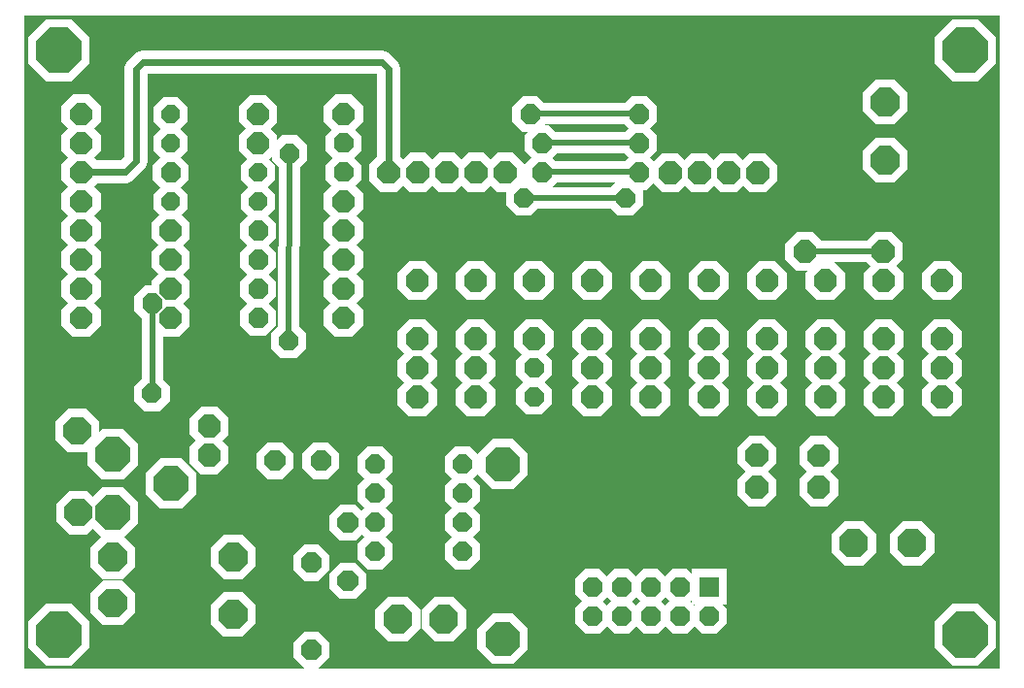
<source format=gbr>
%FSLAX34Y34*%
%MOMM*%
%LNCOPPER_TOP*%
G71*
G01*
%ADD10C,1.900*%
%ADD11C,2.000*%
%ADD12C,0.500*%
%ADD13C,0.600*%
%LPD*%
G36*
X0Y0D02*
X850000Y0D01*
X850000Y-570000D01*
X0Y-570000D01*
X0Y0D01*
G37*
%LPC*%
G36*
X451101Y-214011D02*
X461046Y-223956D01*
X461046Y-238066D01*
X451101Y-248011D01*
X436991Y-248011D01*
X427046Y-238066D01*
X427046Y-223956D01*
X436991Y-214011D01*
X451101Y-214011D01*
G37*
G36*
X501901Y-214011D02*
X511846Y-223956D01*
X511846Y-238066D01*
X501901Y-248011D01*
X487791Y-248011D01*
X477846Y-238066D01*
X477846Y-223956D01*
X487791Y-214011D01*
X501901Y-214011D01*
G37*
G36*
X450478Y-317111D02*
X459546Y-326179D01*
X459546Y-339043D01*
X450478Y-348111D01*
X437614Y-348111D01*
X428546Y-339043D01*
X428546Y-326179D01*
X437614Y-317111D01*
X450478Y-317111D01*
G37*
G36*
X501901Y-315611D02*
X511846Y-325556D01*
X511846Y-339666D01*
X501901Y-349611D01*
X487791Y-349611D01*
X477846Y-339666D01*
X477846Y-325556D01*
X487791Y-315611D01*
X501901Y-315611D01*
G37*
G36*
X450478Y-291711D02*
X459546Y-300779D01*
X459546Y-313643D01*
X450478Y-322711D01*
X437614Y-322711D01*
X428546Y-313643D01*
X428546Y-300779D01*
X437614Y-291711D01*
X450478Y-291711D01*
G37*
G36*
X501901Y-290211D02*
X511846Y-300156D01*
X511846Y-314266D01*
X501901Y-324211D01*
X487791Y-324211D01*
X477846Y-314266D01*
X477846Y-300156D01*
X487791Y-290211D01*
X501901Y-290211D01*
G37*
G36*
X501901Y-264811D02*
X511846Y-274756D01*
X511846Y-288866D01*
X501901Y-298811D01*
X487791Y-298811D01*
X477846Y-288866D01*
X477846Y-274756D01*
X487791Y-264811D01*
X501901Y-264811D01*
G37*
G36*
X451101Y-264811D02*
X461046Y-274756D01*
X461046Y-288866D01*
X451101Y-298811D01*
X436991Y-298811D01*
X427046Y-288866D01*
X427046Y-274756D01*
X436991Y-264811D01*
X451101Y-264811D01*
G37*
G36*
X755901Y-214011D02*
X765846Y-223956D01*
X765846Y-238066D01*
X755901Y-248011D01*
X741791Y-248011D01*
X731846Y-238066D01*
X731846Y-223956D01*
X741791Y-214011D01*
X755901Y-214011D01*
G37*
G36*
X806701Y-214011D02*
X816646Y-223956D01*
X816646Y-238066D01*
X806701Y-248011D01*
X792591Y-248011D01*
X782646Y-238066D01*
X782646Y-223956D01*
X792591Y-214011D01*
X806701Y-214011D01*
G37*
G36*
X755901Y-315611D02*
X765846Y-325556D01*
X765846Y-339666D01*
X755901Y-349611D01*
X741791Y-349611D01*
X731846Y-339666D01*
X731846Y-325556D01*
X741791Y-315611D01*
X755901Y-315611D01*
G37*
G36*
X806701Y-315611D02*
X816646Y-325556D01*
X816646Y-339666D01*
X806701Y-349611D01*
X792591Y-349611D01*
X782646Y-339666D01*
X782646Y-325556D01*
X792591Y-315611D01*
X806701Y-315611D01*
G37*
G36*
X755901Y-290211D02*
X765846Y-300156D01*
X765846Y-314266D01*
X755901Y-324211D01*
X741791Y-324211D01*
X731846Y-314266D01*
X731846Y-300156D01*
X741791Y-290211D01*
X755901Y-290211D01*
G37*
G36*
X806701Y-290211D02*
X816646Y-300156D01*
X816646Y-314266D01*
X806701Y-324211D01*
X792591Y-324211D01*
X782646Y-314266D01*
X782646Y-300156D01*
X792591Y-290211D01*
X806701Y-290211D01*
G37*
G36*
X806701Y-264811D02*
X816646Y-274756D01*
X816646Y-288866D01*
X806701Y-298811D01*
X792591Y-298811D01*
X782646Y-288866D01*
X782646Y-274756D01*
X792591Y-264811D01*
X806701Y-264811D01*
G37*
G36*
X755901Y-264811D02*
X765846Y-274756D01*
X765846Y-288866D01*
X755901Y-298811D01*
X741791Y-298811D01*
X731846Y-288866D01*
X731846Y-274756D01*
X741791Y-264811D01*
X755901Y-264811D01*
G37*
G36*
X349501Y-214011D02*
X359446Y-223956D01*
X359446Y-238066D01*
X349501Y-248011D01*
X335391Y-248011D01*
X325446Y-238066D01*
X325446Y-223956D01*
X335391Y-214011D01*
X349501Y-214011D01*
G37*
G36*
X400301Y-214011D02*
X410246Y-223956D01*
X410246Y-238066D01*
X400301Y-248011D01*
X386191Y-248011D01*
X376246Y-238066D01*
X376246Y-223956D01*
X386191Y-214011D01*
X400301Y-214011D01*
G37*
G36*
X349501Y-315611D02*
X359446Y-325556D01*
X359446Y-339666D01*
X349501Y-349611D01*
X335391Y-349611D01*
X325446Y-339666D01*
X325446Y-325556D01*
X335391Y-315611D01*
X349501Y-315611D01*
G37*
G36*
X400301Y-315611D02*
X410246Y-325556D01*
X410246Y-339666D01*
X400301Y-349611D01*
X386191Y-349611D01*
X376246Y-339666D01*
X376246Y-325556D01*
X386191Y-315611D01*
X400301Y-315611D01*
G37*
G36*
X349501Y-290211D02*
X359446Y-300156D01*
X359446Y-314266D01*
X349501Y-324211D01*
X335391Y-324211D01*
X325446Y-314266D01*
X325446Y-300156D01*
X335391Y-290211D01*
X349501Y-290211D01*
G37*
G36*
X400301Y-290211D02*
X410246Y-300156D01*
X410246Y-314266D01*
X400301Y-324211D01*
X386191Y-324211D01*
X376246Y-314266D01*
X376246Y-300156D01*
X386191Y-290211D01*
X400301Y-290211D01*
G37*
G36*
X400301Y-264811D02*
X410246Y-274756D01*
X410246Y-288866D01*
X400301Y-298811D01*
X386191Y-298811D01*
X376246Y-288866D01*
X376246Y-274756D01*
X386191Y-264811D01*
X400301Y-264811D01*
G37*
G36*
X349501Y-264811D02*
X359446Y-274756D01*
X359446Y-288866D01*
X349501Y-298811D01*
X335391Y-298811D01*
X325446Y-288866D01*
X325446Y-274756D01*
X335391Y-264811D01*
X349501Y-264811D01*
G37*
G36*
X792926Y-468228D02*
X781518Y-479636D01*
X765334Y-479636D01*
X753926Y-468228D01*
X753926Y-452044D01*
X765334Y-440636D01*
X781518Y-440636D01*
X792926Y-452044D01*
X792926Y-468228D01*
G37*
G36*
X742126Y-468228D02*
X730718Y-479636D01*
X714534Y-479636D01*
X703126Y-468228D01*
X703126Y-452044D01*
X714534Y-440636D01*
X730718Y-440636D01*
X742126Y-452044D01*
X742126Y-468228D01*
G37*
G36*
X741790Y-145306D02*
X730382Y-133898D01*
X730382Y-117714D01*
X741790Y-106306D01*
X757974Y-106306D01*
X769382Y-117714D01*
X769382Y-133898D01*
X757974Y-145306D01*
X741790Y-145306D01*
G37*
G36*
X741790Y-94506D02*
X730382Y-83098D01*
X730382Y-66914D01*
X741790Y-55506D01*
X757974Y-55506D01*
X769382Y-66914D01*
X769382Y-83098D01*
X757974Y-94506D01*
X741790Y-94506D01*
G37*
G36*
X3000Y-18795D02*
X18795Y-3000D01*
X41205Y-3000D01*
X57000Y-18795D01*
X57000Y-41205D01*
X41205Y-57000D01*
X18795Y-57000D01*
X3000Y-41205D01*
X3000Y-18795D01*
G37*
G36*
X793000Y-18795D02*
X808795Y-3000D01*
X831205Y-3000D01*
X847000Y-18795D01*
X847000Y-41205D01*
X831205Y-57000D01*
X808795Y-57000D01*
X793000Y-41205D01*
X793000Y-18795D01*
G37*
G36*
X3000Y-528795D02*
X18795Y-513000D01*
X41205Y-513000D01*
X57000Y-528795D01*
X57000Y-551205D01*
X41205Y-567000D01*
X18795Y-567000D01*
X3000Y-551205D01*
X3000Y-528795D01*
G37*
G36*
X793000Y-528795D02*
X808795Y-513000D01*
X831205Y-513000D01*
X847000Y-528795D01*
X847000Y-551205D01*
X831205Y-567000D01*
X808795Y-567000D01*
X793000Y-551205D01*
X793000Y-528795D01*
G37*
G36*
X425849Y-369320D02*
X438719Y-382190D01*
X438719Y-400450D01*
X425849Y-413320D01*
X407589Y-413320D01*
X394719Y-400450D01*
X394719Y-382190D01*
X407589Y-369320D01*
X425849Y-369320D01*
G37*
G36*
X425849Y-521720D02*
X438719Y-534590D01*
X438719Y-552850D01*
X425849Y-565720D01*
X407589Y-565720D01*
X394719Y-552850D01*
X394719Y-534590D01*
X407589Y-521720D01*
X425849Y-521720D01*
G37*
G36*
X290094Y-384887D02*
X299162Y-375819D01*
X312026Y-375819D01*
X321094Y-384887D01*
X321094Y-397751D01*
X312026Y-406819D01*
X299162Y-406819D01*
X290094Y-397751D01*
X290094Y-384887D01*
G37*
G36*
X290094Y-410287D02*
X299162Y-401219D01*
X312026Y-401219D01*
X321094Y-410287D01*
X321094Y-423151D01*
X312026Y-432219D01*
X299162Y-432219D01*
X290094Y-423151D01*
X290094Y-410287D01*
G37*
G36*
X290094Y-435687D02*
X299162Y-426619D01*
X312026Y-426619D01*
X321094Y-435687D01*
X321094Y-448551D01*
X312026Y-457619D01*
X299162Y-457619D01*
X290094Y-448551D01*
X290094Y-435687D01*
G37*
G36*
X290094Y-461087D02*
X299162Y-452019D01*
X312026Y-452019D01*
X321094Y-461087D01*
X321094Y-473951D01*
X312026Y-483019D01*
X299162Y-483019D01*
X290094Y-473951D01*
X290094Y-461087D01*
G37*
G36*
X366294Y-384887D02*
X375362Y-375819D01*
X388226Y-375819D01*
X397294Y-384887D01*
X397294Y-397751D01*
X388226Y-406819D01*
X375362Y-406819D01*
X366294Y-397751D01*
X366294Y-384887D01*
G37*
G36*
X366294Y-410287D02*
X375362Y-401219D01*
X388226Y-401219D01*
X397294Y-410287D01*
X397294Y-423151D01*
X388226Y-432219D01*
X375362Y-432219D01*
X366294Y-423151D01*
X366294Y-410287D01*
G37*
G36*
X366294Y-435687D02*
X375362Y-426619D01*
X388226Y-426619D01*
X397294Y-435687D01*
X397294Y-448551D01*
X388226Y-457619D01*
X375362Y-457619D01*
X366294Y-448551D01*
X366294Y-435687D01*
G37*
G36*
X366294Y-461087D02*
X375362Y-452019D01*
X388226Y-452019D01*
X397294Y-461087D01*
X397294Y-473951D01*
X388226Y-483019D01*
X375362Y-483019D01*
X366294Y-473951D01*
X366294Y-461087D01*
G37*
G36*
X305938Y-518164D02*
X317346Y-506756D01*
X333530Y-506756D01*
X344938Y-518164D01*
X344938Y-534348D01*
X333530Y-545756D01*
X317346Y-545756D01*
X305938Y-534348D01*
X305938Y-518164D01*
G37*
G36*
X345938Y-518164D02*
X357346Y-506756D01*
X373530Y-506756D01*
X384938Y-518164D01*
X384938Y-534348D01*
X373530Y-545756D01*
X357346Y-545756D01*
X345938Y-534348D01*
X345938Y-518164D01*
G37*
G36*
X275143Y-508919D02*
X265783Y-499559D01*
X265783Y-486279D01*
X275143Y-476919D01*
X288423Y-476919D01*
X297783Y-486279D01*
X297783Y-499559D01*
X288423Y-508919D01*
X275143Y-508919D01*
G37*
G36*
X275143Y-458119D02*
X265783Y-448759D01*
X265783Y-435479D01*
X275143Y-426119D01*
X288423Y-426119D01*
X297783Y-435479D01*
X297783Y-448759D01*
X288423Y-458119D01*
X275143Y-458119D01*
G37*
G36*
X189961Y-502687D02*
X201369Y-514095D01*
X201369Y-530279D01*
X189961Y-541687D01*
X173777Y-541687D01*
X162369Y-530279D01*
X162369Y-514095D01*
X173777Y-502687D01*
X189961Y-502687D01*
G37*
G36*
X189961Y-452681D02*
X201369Y-464089D01*
X201369Y-480273D01*
X189961Y-491681D01*
X173777Y-491681D01*
X162369Y-480273D01*
X162369Y-464089D01*
X173777Y-452681D01*
X189961Y-452681D01*
G37*
G36*
X86124Y-360588D02*
X98994Y-373458D01*
X98994Y-391718D01*
X86124Y-404588D01*
X67864Y-404588D01*
X54994Y-391718D01*
X54994Y-373458D01*
X67864Y-360588D01*
X86124Y-360588D01*
G37*
G36*
X86124Y-411388D02*
X98994Y-424258D01*
X98994Y-442518D01*
X86124Y-455388D01*
X67864Y-455388D01*
X54994Y-442518D01*
X54994Y-424258D01*
X67864Y-411388D01*
X86124Y-411388D01*
G37*
G36*
X136924Y-385988D02*
X149794Y-398858D01*
X149794Y-417118D01*
X136924Y-429988D01*
X118664Y-429988D01*
X105794Y-417118D01*
X105794Y-398858D01*
X118664Y-385988D01*
X136924Y-385988D01*
G37*
G36*
X68903Y-531781D02*
X57495Y-520373D01*
X57495Y-504189D01*
X68903Y-492781D01*
X85087Y-492781D01*
X96495Y-504189D01*
X96495Y-520373D01*
X85087Y-531781D01*
X68903Y-531781D01*
G37*
G36*
X68903Y-491781D02*
X57495Y-480373D01*
X57495Y-464189D01*
X68903Y-452781D01*
X85087Y-452781D01*
X96495Y-464189D01*
X96495Y-480373D01*
X85087Y-491781D01*
X68903Y-491781D01*
G37*
G36*
X256672Y-461044D02*
X266032Y-470404D01*
X266032Y-483684D01*
X256672Y-493044D01*
X243392Y-493044D01*
X234032Y-483684D01*
X234032Y-470404D01*
X243392Y-461044D01*
X256672Y-461044D01*
G37*
G36*
X256672Y-537244D02*
X266032Y-546604D01*
X266032Y-559884D01*
X256672Y-569244D01*
X243392Y-569244D01*
X234032Y-559884D01*
X234032Y-546604D01*
X243392Y-537244D01*
X256672Y-537244D01*
G37*
G36*
X654301Y-214011D02*
X664246Y-223956D01*
X664246Y-238066D01*
X654301Y-248011D01*
X640191Y-248011D01*
X630246Y-238066D01*
X630246Y-223956D01*
X640191Y-214011D01*
X654301Y-214011D01*
G37*
G36*
X705101Y-214011D02*
X715046Y-223956D01*
X715046Y-238066D01*
X705101Y-248011D01*
X690991Y-248011D01*
X681046Y-238066D01*
X681046Y-223956D01*
X690991Y-214011D01*
X705101Y-214011D01*
G37*
G36*
X654301Y-315611D02*
X664246Y-325556D01*
X664246Y-339666D01*
X654301Y-349611D01*
X640191Y-349611D01*
X630246Y-339666D01*
X630246Y-325556D01*
X640191Y-315611D01*
X654301Y-315611D01*
G37*
G36*
X705101Y-315611D02*
X715046Y-325556D01*
X715046Y-339666D01*
X705101Y-349611D01*
X690991Y-349611D01*
X681046Y-339666D01*
X681046Y-325556D01*
X690991Y-315611D01*
X705101Y-315611D01*
G37*
G36*
X654301Y-290211D02*
X664246Y-300156D01*
X664246Y-314266D01*
X654301Y-324211D01*
X640191Y-324211D01*
X630246Y-314266D01*
X630246Y-300156D01*
X640191Y-290211D01*
X654301Y-290211D01*
G37*
G36*
X705101Y-290211D02*
X715046Y-300156D01*
X715046Y-314266D01*
X705101Y-324211D01*
X690991Y-324211D01*
X681046Y-314266D01*
X681046Y-300156D01*
X690991Y-290211D01*
X705101Y-290211D01*
G37*
G36*
X705101Y-264811D02*
X715046Y-274756D01*
X715046Y-288866D01*
X705101Y-298811D01*
X690991Y-298811D01*
X681046Y-288866D01*
X681046Y-274756D01*
X690991Y-264811D01*
X705101Y-264811D01*
G37*
G36*
X654301Y-264811D02*
X664246Y-274756D01*
X664246Y-288866D01*
X654301Y-298811D01*
X640191Y-298811D01*
X630246Y-288866D01*
X630246Y-274756D01*
X640191Y-264811D01*
X654301Y-264811D01*
G37*
G36*
X552701Y-214011D02*
X562646Y-223956D01*
X562646Y-238066D01*
X552701Y-248011D01*
X538591Y-248011D01*
X528646Y-238066D01*
X528646Y-223956D01*
X538591Y-214011D01*
X552701Y-214011D01*
G37*
G36*
X603501Y-214011D02*
X613446Y-223956D01*
X613446Y-238066D01*
X603501Y-248011D01*
X589391Y-248011D01*
X579446Y-238066D01*
X579446Y-223956D01*
X589391Y-214011D01*
X603501Y-214011D01*
G37*
G36*
X552701Y-315611D02*
X562646Y-325556D01*
X562646Y-339666D01*
X552701Y-349611D01*
X538591Y-349611D01*
X528646Y-339666D01*
X528646Y-325556D01*
X538591Y-315611D01*
X552701Y-315611D01*
G37*
G36*
X603501Y-315611D02*
X613446Y-325556D01*
X613446Y-339666D01*
X603501Y-349611D01*
X589391Y-349611D01*
X579446Y-339666D01*
X579446Y-325556D01*
X589391Y-315611D01*
X603501Y-315611D01*
G37*
G36*
X552701Y-290211D02*
X562646Y-300156D01*
X562646Y-314266D01*
X552701Y-324211D01*
X538591Y-324211D01*
X528646Y-314266D01*
X528646Y-300156D01*
X538591Y-290211D01*
X552701Y-290211D01*
G37*
G36*
X603501Y-290211D02*
X613446Y-300156D01*
X613446Y-314266D01*
X603501Y-324211D01*
X589391Y-324211D01*
X579446Y-314266D01*
X579446Y-300156D01*
X589391Y-290211D01*
X603501Y-290211D01*
G37*
G36*
X603501Y-264811D02*
X613446Y-274756D01*
X613446Y-288866D01*
X603501Y-298811D01*
X589391Y-298811D01*
X579446Y-288866D01*
X579446Y-274756D01*
X589391Y-264811D01*
X603501Y-264811D01*
G37*
G36*
X552701Y-264811D02*
X562646Y-274756D01*
X562646Y-288866D01*
X552701Y-298811D01*
X538591Y-298811D01*
X528646Y-288866D01*
X528646Y-274756D01*
X538591Y-264811D01*
X552701Y-264811D01*
G37*
G36*
X295101Y-270536D02*
X285156Y-280480D01*
X271046Y-280480D01*
X261101Y-270536D01*
X261101Y-256426D01*
X271046Y-246480D01*
X285156Y-246480D01*
X295101Y-256426D01*
X295101Y-270536D01*
G37*
G36*
X295101Y-245136D02*
X285156Y-255080D01*
X271046Y-255080D01*
X261101Y-245136D01*
X261101Y-231026D01*
X271046Y-221080D01*
X285156Y-221080D01*
X295101Y-231026D01*
X295101Y-245136D01*
G37*
G36*
X295101Y-219736D02*
X285156Y-229680D01*
X271046Y-229680D01*
X261101Y-219736D01*
X261101Y-205626D01*
X271046Y-195680D01*
X285156Y-195680D01*
X295101Y-205626D01*
X295101Y-219736D01*
G37*
G36*
X295101Y-194336D02*
X285156Y-204280D01*
X271046Y-204280D01*
X261101Y-194336D01*
X261101Y-180226D01*
X271046Y-170280D01*
X285156Y-170280D01*
X295101Y-180226D01*
X295101Y-194336D01*
G37*
G36*
X295101Y-168936D02*
X285156Y-178880D01*
X271046Y-178880D01*
X261101Y-168936D01*
X261101Y-154826D01*
X271046Y-144880D01*
X285156Y-144880D01*
X295101Y-154826D01*
X295101Y-168936D01*
G37*
G36*
X293601Y-142912D02*
X284533Y-151980D01*
X271669Y-151980D01*
X262601Y-142912D01*
X262601Y-130048D01*
X271669Y-120980D01*
X284533Y-120980D01*
X293601Y-130048D01*
X293601Y-142912D01*
G37*
G36*
X293601Y-117512D02*
X284533Y-126580D01*
X271669Y-126580D01*
X262601Y-117512D01*
X262601Y-104648D01*
X271669Y-95580D01*
X284533Y-95580D01*
X293601Y-104648D01*
X293601Y-117512D01*
G37*
G36*
X295101Y-92736D02*
X285156Y-102680D01*
X271046Y-102680D01*
X261101Y-92736D01*
X261101Y-78626D01*
X271046Y-68680D01*
X285156Y-68680D01*
X295101Y-78626D01*
X295101Y-92736D01*
G37*
G36*
X66501Y-270536D02*
X56556Y-280480D01*
X42446Y-280480D01*
X32501Y-270536D01*
X32501Y-256426D01*
X42446Y-246480D01*
X56556Y-246480D01*
X66501Y-256426D01*
X66501Y-270536D01*
G37*
G36*
X66501Y-245136D02*
X56556Y-255080D01*
X42446Y-255080D01*
X32501Y-245136D01*
X32501Y-231026D01*
X42446Y-221080D01*
X56556Y-221080D01*
X66501Y-231026D01*
X66501Y-245136D01*
G37*
G36*
X66501Y-219736D02*
X56556Y-229680D01*
X42446Y-229680D01*
X32501Y-219736D01*
X32501Y-205626D01*
X42446Y-195680D01*
X56556Y-195680D01*
X66501Y-205626D01*
X66501Y-219736D01*
G37*
G36*
X66501Y-194336D02*
X56556Y-204280D01*
X42446Y-204280D01*
X32501Y-194336D01*
X32501Y-180226D01*
X42446Y-170280D01*
X56556Y-170280D01*
X66501Y-180226D01*
X66501Y-194336D01*
G37*
G36*
X66501Y-168936D02*
X56556Y-178880D01*
X42446Y-178880D01*
X32501Y-168936D01*
X32501Y-154826D01*
X42446Y-144880D01*
X56556Y-144880D01*
X66501Y-154826D01*
X66501Y-168936D01*
G37*
G36*
X66501Y-143536D02*
X56556Y-153480D01*
X42446Y-153480D01*
X32501Y-143536D01*
X32501Y-129426D01*
X42446Y-119480D01*
X56556Y-119480D01*
X66501Y-129426D01*
X66501Y-143536D01*
G37*
G36*
X66501Y-118136D02*
X56556Y-128080D01*
X42446Y-128080D01*
X32501Y-118136D01*
X32501Y-104026D01*
X42446Y-94080D01*
X56556Y-94080D01*
X66501Y-104026D01*
X66501Y-118136D01*
G37*
G36*
X66501Y-92736D02*
X56556Y-102680D01*
X42446Y-102680D01*
X32501Y-92736D01*
X32501Y-78626D01*
X42446Y-68680D01*
X56556Y-68680D01*
X66501Y-78626D01*
X66501Y-92736D01*
G37*
G36*
X663244Y-198526D02*
X673189Y-188581D01*
X687299Y-188581D01*
X697244Y-198526D01*
X697244Y-212636D01*
X687299Y-222581D01*
X673189Y-222581D01*
X663244Y-212636D01*
X663244Y-198526D01*
G37*
G36*
X731506Y-198526D02*
X741451Y-188581D01*
X755561Y-188581D01*
X765506Y-198526D01*
X765506Y-212636D01*
X755561Y-222581D01*
X741451Y-222581D01*
X731506Y-212636D01*
X731506Y-198526D01*
G37*
G54D10*
X680244Y-205581D02*
X748506Y-205581D01*
G36*
X219212Y-269987D02*
X210144Y-279055D01*
X197280Y-279055D01*
X188212Y-269987D01*
X188212Y-257123D01*
X197280Y-248055D01*
X210144Y-248055D01*
X219212Y-257123D01*
X219212Y-269987D01*
G37*
G36*
X219212Y-244587D02*
X210144Y-253655D01*
X197280Y-253655D01*
X188212Y-244587D01*
X188212Y-231723D01*
X197280Y-222655D01*
X210144Y-222655D01*
X219212Y-231723D01*
X219212Y-244587D01*
G37*
G36*
X219212Y-219187D02*
X210144Y-228255D01*
X197280Y-228255D01*
X188212Y-219187D01*
X188212Y-206323D01*
X197280Y-197255D01*
X210144Y-197255D01*
X219212Y-206323D01*
X219212Y-219187D01*
G37*
G36*
X219212Y-193787D02*
X210144Y-202855D01*
X197280Y-202855D01*
X188212Y-193787D01*
X188212Y-180923D01*
X197280Y-171855D01*
X210144Y-171855D01*
X219212Y-180923D01*
X219212Y-193787D01*
G37*
G36*
X144012Y-270403D02*
X134360Y-280055D01*
X120664Y-280055D01*
X111012Y-270403D01*
X111012Y-256707D01*
X120664Y-247055D01*
X134360Y-247055D01*
X144012Y-256707D01*
X144012Y-270403D01*
G37*
G36*
X144012Y-245003D02*
X134360Y-254655D01*
X120664Y-254655D01*
X111012Y-245003D01*
X111012Y-231307D01*
X120664Y-221655D01*
X134360Y-221655D01*
X144012Y-231307D01*
X144012Y-245003D01*
G37*
G36*
X144012Y-219603D02*
X134360Y-229255D01*
X120664Y-229255D01*
X111012Y-219603D01*
X111012Y-205907D01*
X120664Y-196255D01*
X134360Y-196255D01*
X144012Y-205907D01*
X144012Y-219603D01*
G37*
G36*
X144012Y-194203D02*
X134360Y-203855D01*
X120664Y-203855D01*
X111012Y-194203D01*
X111012Y-180507D01*
X120664Y-170855D01*
X134360Y-170855D01*
X144012Y-180507D01*
X144012Y-194203D01*
G37*
G36*
X218712Y-168180D02*
X209937Y-176955D01*
X197487Y-176955D01*
X188712Y-168180D01*
X188712Y-155730D01*
X197487Y-146955D01*
X209937Y-146955D01*
X218712Y-155730D01*
X218712Y-168180D01*
G37*
G36*
X142512Y-168180D02*
X133737Y-176955D01*
X121287Y-176955D01*
X112512Y-168180D01*
X112512Y-155730D01*
X121287Y-146955D01*
X133737Y-146955D01*
X142512Y-155730D01*
X142512Y-168180D01*
G37*
G36*
X218712Y-142780D02*
X209937Y-151555D01*
X197487Y-151555D01*
X188712Y-142780D01*
X188712Y-130330D01*
X197487Y-121555D01*
X209937Y-121555D01*
X218712Y-130330D01*
X218712Y-142780D01*
G37*
G36*
X220212Y-118003D02*
X210560Y-127655D01*
X196864Y-127655D01*
X187212Y-118003D01*
X187212Y-104307D01*
X196864Y-94655D01*
X210560Y-94655D01*
X220212Y-104307D01*
X220212Y-118003D01*
G37*
G36*
X143012Y-142987D02*
X133944Y-152055D01*
X121080Y-152055D01*
X112012Y-142987D01*
X112012Y-130123D01*
X121080Y-121055D01*
X133944Y-121055D01*
X143012Y-130123D01*
X143012Y-142987D01*
G37*
G36*
X142512Y-117380D02*
X133737Y-126155D01*
X121287Y-126155D01*
X112512Y-117380D01*
X112512Y-104930D01*
X121287Y-96155D01*
X133737Y-96155D01*
X142512Y-104930D01*
X142512Y-117380D01*
G37*
G36*
X220212Y-92603D02*
X210560Y-102255D01*
X196864Y-102255D01*
X187212Y-92603D01*
X187212Y-78907D01*
X196864Y-69255D01*
X210560Y-69255D01*
X220212Y-78907D01*
X220212Y-92603D01*
G37*
G36*
X142512Y-91980D02*
X133737Y-100755D01*
X121287Y-100755D01*
X112512Y-91980D01*
X112512Y-79530D01*
X121287Y-70755D01*
X133737Y-70755D01*
X142512Y-79530D01*
X142512Y-91980D01*
G37*
G36*
X646023Y-120080D02*
X655968Y-130025D01*
X655968Y-144135D01*
X646023Y-154080D01*
X631913Y-154080D01*
X621968Y-144135D01*
X621968Y-130025D01*
X631913Y-120080D01*
X646023Y-120080D01*
G37*
G36*
X620623Y-120080D02*
X630568Y-130025D01*
X630568Y-144135D01*
X620623Y-154080D01*
X606513Y-154080D01*
X596568Y-144135D01*
X596568Y-130025D01*
X606513Y-120080D01*
X620623Y-120080D01*
G37*
G36*
X595223Y-120080D02*
X605168Y-130025D01*
X605168Y-144135D01*
X595223Y-154080D01*
X581113Y-154080D01*
X571168Y-144135D01*
X571168Y-130025D01*
X581113Y-120080D01*
X595223Y-120080D01*
G37*
G36*
X569823Y-120080D02*
X579768Y-130025D01*
X579768Y-144135D01*
X569823Y-154080D01*
X555713Y-154080D01*
X545768Y-144135D01*
X545768Y-130025D01*
X555713Y-120080D01*
X569823Y-120080D01*
G37*
G36*
X425269Y-79293D02*
X434337Y-70225D01*
X447201Y-70225D01*
X456269Y-79293D01*
X456269Y-92157D01*
X447201Y-101225D01*
X434337Y-101225D01*
X425269Y-92157D01*
X425269Y-79293D01*
G37*
G36*
X520281Y-79293D02*
X529349Y-70225D01*
X542213Y-70225D01*
X551281Y-79293D01*
X551281Y-92157D01*
X542213Y-101225D01*
X529349Y-101225D01*
X520281Y-92157D01*
X520281Y-79293D01*
G37*
G54D10*
X440769Y-85725D02*
X535781Y-85725D01*
G36*
X435588Y-104693D02*
X444656Y-95625D01*
X457520Y-95625D01*
X466588Y-104693D01*
X466588Y-117557D01*
X457520Y-126625D01*
X444656Y-126625D01*
X435588Y-117557D01*
X435588Y-104693D01*
G37*
G36*
X520281Y-104693D02*
X529349Y-95625D01*
X542213Y-95625D01*
X551281Y-104693D01*
X551281Y-117557D01*
X542213Y-126625D01*
X529349Y-126625D01*
X520281Y-117557D01*
X520281Y-104693D01*
G37*
G54D10*
X451088Y-111125D02*
X535781Y-111125D01*
G36*
X435509Y-130093D02*
X444577Y-121025D01*
X457441Y-121025D01*
X466509Y-130093D01*
X466509Y-142957D01*
X457441Y-152025D01*
X444577Y-152025D01*
X435509Y-142957D01*
X435509Y-130093D01*
G37*
G36*
X520281Y-130093D02*
X529349Y-121025D01*
X542213Y-121025D01*
X551281Y-130093D01*
X551281Y-142957D01*
X542213Y-152025D01*
X529349Y-152025D01*
X520281Y-142957D01*
X520281Y-130093D01*
G37*
G54D10*
X454184Y-136525D02*
X535781Y-136525D01*
G36*
X419634Y-152318D02*
X428702Y-143250D01*
X441566Y-143250D01*
X450634Y-152318D01*
X450634Y-165182D01*
X441566Y-174250D01*
X428702Y-174250D01*
X419634Y-165182D01*
X419634Y-152318D01*
G37*
G36*
X508296Y-152318D02*
X517364Y-143250D01*
X530228Y-143250D01*
X539296Y-152318D01*
X539296Y-165182D01*
X530228Y-174250D01*
X517364Y-174250D01*
X508296Y-165182D01*
X508296Y-152318D01*
G37*
G54D10*
X435134Y-158750D02*
X523796Y-158750D01*
G36*
X178113Y-390228D02*
X168168Y-400174D01*
X154058Y-400174D01*
X144113Y-390228D01*
X144113Y-376118D01*
X154058Y-366174D01*
X168168Y-366174D01*
X178113Y-376118D01*
X178113Y-390228D01*
G37*
G36*
X178113Y-365228D02*
X168168Y-375174D01*
X154058Y-375174D01*
X144113Y-365228D01*
X144113Y-351118D01*
X154058Y-341174D01*
X168168Y-341174D01*
X178113Y-351118D01*
X178113Y-365228D01*
G37*
G36*
X27831Y-425502D02*
X38946Y-414388D01*
X54716Y-414388D01*
X65831Y-425502D01*
X65831Y-441272D01*
X54716Y-452388D01*
X38946Y-452388D01*
X27831Y-441272D01*
X27831Y-425502D01*
G37*
G36*
X27038Y-354065D02*
X38152Y-342950D01*
X53922Y-342950D01*
X65038Y-354065D01*
X65038Y-369835D01*
X53922Y-380950D01*
X38152Y-380950D01*
X27038Y-369835D01*
X27038Y-354065D01*
G37*
G36*
X621175Y-376564D02*
X631120Y-366619D01*
X645230Y-366619D01*
X655175Y-376564D01*
X655175Y-390674D01*
X645230Y-400619D01*
X631120Y-400619D01*
X621175Y-390674D01*
X621175Y-376564D01*
G37*
G36*
X675150Y-376644D02*
X685095Y-366699D01*
X699205Y-366699D01*
X709150Y-376644D01*
X709150Y-390754D01*
X699205Y-400699D01*
X685095Y-400699D01*
X675150Y-390754D01*
X675150Y-376644D01*
G37*
G36*
X621175Y-404108D02*
X631120Y-394162D01*
X645230Y-394162D01*
X655175Y-404108D01*
X655175Y-418218D01*
X645230Y-428162D01*
X631120Y-428162D01*
X621175Y-418218D01*
X621175Y-404108D01*
G37*
G36*
X675150Y-404108D02*
X685095Y-394162D01*
X699205Y-394162D01*
X709150Y-404108D01*
X709150Y-418218D01*
X699205Y-428162D01*
X685095Y-428162D01*
X675150Y-418218D01*
X675150Y-404108D01*
G37*
G36*
X488624Y-539019D02*
X479556Y-529951D01*
X479556Y-517087D01*
X488624Y-508019D01*
X501488Y-508019D01*
X510556Y-517087D01*
X510556Y-529951D01*
X501488Y-539019D01*
X488624Y-539019D01*
G37*
G36*
X488624Y-513619D02*
X479556Y-504551D01*
X479556Y-491687D01*
X488624Y-482619D01*
X501488Y-482619D01*
X510556Y-491687D01*
X510556Y-504551D01*
X501488Y-513619D01*
X488624Y-513619D01*
G37*
G36*
X514024Y-539019D02*
X504956Y-529951D01*
X504956Y-517087D01*
X514024Y-508019D01*
X526888Y-508019D01*
X535956Y-517087D01*
X535956Y-529951D01*
X526888Y-539019D01*
X514024Y-539019D01*
G37*
G36*
X514024Y-513619D02*
X504956Y-504551D01*
X504956Y-491687D01*
X514024Y-482619D01*
X526888Y-482619D01*
X535956Y-491687D01*
X535956Y-504551D01*
X526888Y-513619D01*
X514024Y-513619D01*
G37*
G36*
X539424Y-539019D02*
X530356Y-529951D01*
X530356Y-517087D01*
X539424Y-508019D01*
X552288Y-508019D01*
X561356Y-517087D01*
X561356Y-529951D01*
X552288Y-539019D01*
X539424Y-539019D01*
G37*
G36*
X539424Y-513619D02*
X530356Y-504551D01*
X530356Y-491687D01*
X539424Y-482619D01*
X552288Y-482619D01*
X561356Y-491687D01*
X561356Y-504551D01*
X552288Y-513619D01*
X539424Y-513619D01*
G37*
G36*
X564824Y-539019D02*
X555756Y-529951D01*
X555756Y-517087D01*
X564824Y-508019D01*
X577688Y-508019D01*
X586756Y-517087D01*
X586756Y-529951D01*
X577688Y-539019D01*
X564824Y-539019D01*
G37*
G36*
X564824Y-513619D02*
X555756Y-504551D01*
X555756Y-491687D01*
X564824Y-482619D01*
X577688Y-482619D01*
X586756Y-491687D01*
X586756Y-504551D01*
X577688Y-513619D01*
X564824Y-513619D01*
G37*
G36*
X590224Y-539019D02*
X581156Y-529951D01*
X581156Y-517087D01*
X590224Y-508019D01*
X603088Y-508019D01*
X612156Y-517087D01*
X612156Y-529951D01*
X603088Y-539019D01*
X590224Y-539019D01*
G37*
G36*
X581156Y-513619D02*
X581156Y-482619D01*
X612156Y-482619D01*
X612156Y-513619D01*
X581156Y-513619D01*
G37*
G36*
X426156Y-119524D02*
X436100Y-129470D01*
X436100Y-143580D01*
X426156Y-153524D01*
X412046Y-153524D01*
X402100Y-143580D01*
X402100Y-129470D01*
X412046Y-119524D01*
X426156Y-119524D01*
G37*
G36*
X400756Y-119524D02*
X410700Y-129470D01*
X410700Y-143580D01*
X400756Y-153524D01*
X386646Y-153524D01*
X376700Y-143580D01*
X376700Y-129470D01*
X386646Y-119524D01*
X400756Y-119524D01*
G37*
G36*
X375356Y-119524D02*
X385300Y-129470D01*
X385300Y-143580D01*
X375356Y-153524D01*
X361246Y-153524D01*
X351300Y-143580D01*
X351300Y-129470D01*
X361246Y-119524D01*
X375356Y-119524D01*
G37*
G36*
X349956Y-119524D02*
X359900Y-129470D01*
X359900Y-143580D01*
X349956Y-153524D01*
X335846Y-153524D01*
X325900Y-143580D01*
X325900Y-129470D01*
X335846Y-119524D01*
X349956Y-119524D01*
G37*
G36*
X324556Y-119524D02*
X334500Y-129470D01*
X334500Y-143580D01*
X324556Y-153524D01*
X310446Y-153524D01*
X300500Y-143580D01*
X300500Y-129470D01*
X310446Y-119524D01*
X324556Y-119524D01*
G37*
G36*
X274284Y-394784D02*
X264924Y-404144D01*
X251644Y-404144D01*
X242284Y-394784D01*
X242284Y-381504D01*
X251644Y-372144D01*
X264924Y-372144D01*
X274284Y-381504D01*
X274284Y-394784D01*
G37*
G36*
X234284Y-394784D02*
X224924Y-404144D01*
X211644Y-404144D01*
X202284Y-394784D01*
X202284Y-381504D01*
X211644Y-372144D01*
X224924Y-372144D01*
X234284Y-381504D01*
X234284Y-394784D01*
G37*
G36*
X95784Y-244393D02*
X104852Y-235325D01*
X117716Y-235325D01*
X126784Y-244393D01*
X126784Y-257257D01*
X117716Y-266325D01*
X104852Y-266325D01*
X95784Y-257257D01*
X95784Y-244393D01*
G37*
G36*
X95704Y-322974D02*
X104772Y-313906D01*
X117636Y-313906D01*
X126704Y-322974D01*
X126704Y-335838D01*
X117636Y-344906D01*
X104772Y-344906D01*
X95704Y-335838D01*
X95704Y-322974D01*
G37*
G54D10*
X111284Y-250825D02*
X111284Y-328612D01*
X110490Y-329406D01*
G36*
X215481Y-113424D02*
X224549Y-104356D01*
X237413Y-104356D01*
X246481Y-113424D01*
X246481Y-126288D01*
X237413Y-135356D01*
X224549Y-135356D01*
X215481Y-126288D01*
X215481Y-113424D01*
G37*
G36*
X214688Y-276937D02*
X223756Y-267869D01*
X236620Y-267869D01*
X245688Y-276937D01*
X245688Y-289801D01*
X236620Y-298869D01*
X223756Y-298869D01*
X214688Y-289801D01*
X214688Y-276937D01*
G37*
G54D10*
X230981Y-119856D02*
X230188Y-283369D01*
G54D11*
X49501Y-136480D02*
X88151Y-136480D01*
X97631Y-127000D01*
X97631Y-46136D01*
X103613Y-40154D01*
X311617Y-40154D01*
X317500Y-46038D01*
X317500Y-136524D01*
%LPD*%
G36*
X448196Y-221011D02*
X454046Y-226861D01*
X454046Y-235161D01*
X448196Y-241011D01*
X439896Y-241011D01*
X434046Y-235161D01*
X434046Y-226861D01*
X439896Y-221011D01*
X448196Y-221011D01*
G37*
G36*
X498996Y-221011D02*
X504846Y-226861D01*
X504846Y-235161D01*
X498996Y-241011D01*
X490696Y-241011D01*
X484846Y-235161D01*
X484846Y-226861D01*
X490696Y-221011D01*
X498996Y-221011D01*
G37*
G36*
X447574Y-324111D02*
X452546Y-329083D01*
X452546Y-336139D01*
X447574Y-341111D01*
X440518Y-341111D01*
X435546Y-336139D01*
X435546Y-329083D01*
X440518Y-324111D01*
X447574Y-324111D01*
G37*
G36*
X498996Y-322611D02*
X504846Y-328461D01*
X504846Y-336761D01*
X498996Y-342611D01*
X490696Y-342611D01*
X484846Y-336761D01*
X484846Y-328461D01*
X490696Y-322611D01*
X498996Y-322611D01*
G37*
G36*
X447574Y-298711D02*
X452546Y-303683D01*
X452546Y-310739D01*
X447574Y-315711D01*
X440518Y-315711D01*
X435546Y-310739D01*
X435546Y-303683D01*
X440518Y-298711D01*
X447574Y-298711D01*
G37*
G36*
X498996Y-297211D02*
X504846Y-303061D01*
X504846Y-311361D01*
X498996Y-317211D01*
X490696Y-317211D01*
X484846Y-311361D01*
X484846Y-303061D01*
X490696Y-297211D01*
X498996Y-297211D01*
G37*
G36*
X498996Y-271811D02*
X504846Y-277661D01*
X504846Y-285961D01*
X498996Y-291811D01*
X490696Y-291811D01*
X484846Y-285961D01*
X484846Y-277661D01*
X490696Y-271811D01*
X498996Y-271811D01*
G37*
G36*
X448196Y-271811D02*
X454046Y-277661D01*
X454046Y-285961D01*
X448196Y-291811D01*
X439896Y-291811D01*
X434046Y-285961D01*
X434046Y-277661D01*
X439896Y-271811D01*
X448196Y-271811D01*
G37*
G36*
X752996Y-221011D02*
X758846Y-226861D01*
X758846Y-235161D01*
X752996Y-241011D01*
X744696Y-241011D01*
X738846Y-235161D01*
X738846Y-226861D01*
X744696Y-221011D01*
X752996Y-221011D01*
G37*
G36*
X803796Y-221011D02*
X809646Y-226861D01*
X809646Y-235161D01*
X803796Y-241011D01*
X795496Y-241011D01*
X789646Y-235161D01*
X789646Y-226861D01*
X795496Y-221011D01*
X803796Y-221011D01*
G37*
G36*
X752996Y-322611D02*
X758846Y-328461D01*
X758846Y-336761D01*
X752996Y-342611D01*
X744696Y-342611D01*
X738846Y-336761D01*
X738846Y-328461D01*
X744696Y-322611D01*
X752996Y-322611D01*
G37*
G36*
X803796Y-322611D02*
X809646Y-328461D01*
X809646Y-336761D01*
X803796Y-342611D01*
X795496Y-342611D01*
X789646Y-336761D01*
X789646Y-328461D01*
X795496Y-322611D01*
X803796Y-322611D01*
G37*
G36*
X752996Y-297211D02*
X758846Y-303061D01*
X758846Y-311361D01*
X752996Y-317211D01*
X744696Y-317211D01*
X738846Y-311361D01*
X738846Y-303061D01*
X744696Y-297211D01*
X752996Y-297211D01*
G37*
G36*
X803796Y-297211D02*
X809646Y-303061D01*
X809646Y-311361D01*
X803796Y-317211D01*
X795496Y-317211D01*
X789646Y-311361D01*
X789646Y-303061D01*
X795496Y-297211D01*
X803796Y-297211D01*
G37*
G36*
X803796Y-271811D02*
X809646Y-277661D01*
X809646Y-285961D01*
X803796Y-291811D01*
X795496Y-291811D01*
X789646Y-285961D01*
X789646Y-277661D01*
X795496Y-271811D01*
X803796Y-271811D01*
G37*
G36*
X752996Y-271811D02*
X758846Y-277661D01*
X758846Y-285961D01*
X752996Y-291811D01*
X744696Y-291811D01*
X738846Y-285961D01*
X738846Y-277661D01*
X744696Y-271811D01*
X752996Y-271811D01*
G37*
G36*
X346596Y-221011D02*
X352446Y-226861D01*
X352446Y-235161D01*
X346596Y-241011D01*
X338296Y-241011D01*
X332446Y-235161D01*
X332446Y-226861D01*
X338296Y-221011D01*
X346596Y-221011D01*
G37*
G36*
X397396Y-221011D02*
X403246Y-226861D01*
X403246Y-235161D01*
X397396Y-241011D01*
X389096Y-241011D01*
X383246Y-235161D01*
X383246Y-226861D01*
X389096Y-221011D01*
X397396Y-221011D01*
G37*
G36*
X346596Y-322611D02*
X352446Y-328461D01*
X352446Y-336761D01*
X346596Y-342611D01*
X338296Y-342611D01*
X332446Y-336761D01*
X332446Y-328461D01*
X338296Y-322611D01*
X346596Y-322611D01*
G37*
G36*
X397396Y-322611D02*
X403246Y-328461D01*
X403246Y-336761D01*
X397396Y-342611D01*
X389096Y-342611D01*
X383246Y-336761D01*
X383246Y-328461D01*
X389096Y-322611D01*
X397396Y-322611D01*
G37*
G36*
X346596Y-297211D02*
X352446Y-303061D01*
X352446Y-311361D01*
X346596Y-317211D01*
X338296Y-317211D01*
X332446Y-311361D01*
X332446Y-303061D01*
X338296Y-297211D01*
X346596Y-297211D01*
G37*
G36*
X397396Y-297211D02*
X403246Y-303061D01*
X403246Y-311361D01*
X397396Y-317211D01*
X389096Y-317211D01*
X383246Y-311361D01*
X383246Y-303061D01*
X389096Y-297211D01*
X397396Y-297211D01*
G37*
G36*
X397396Y-271811D02*
X403246Y-277661D01*
X403246Y-285961D01*
X397396Y-291811D01*
X389096Y-291811D01*
X383246Y-285961D01*
X383246Y-277661D01*
X389096Y-271811D01*
X397396Y-271811D01*
G37*
G36*
X346596Y-271811D02*
X352446Y-277661D01*
X352446Y-285961D01*
X346596Y-291811D01*
X338296Y-291811D01*
X332446Y-285961D01*
X332446Y-277661D01*
X338296Y-271811D01*
X346596Y-271811D01*
G37*
G36*
X785926Y-465324D02*
X778614Y-472636D01*
X768238Y-472636D01*
X760926Y-465324D01*
X760926Y-454948D01*
X768238Y-447636D01*
X778614Y-447636D01*
X785926Y-454948D01*
X785926Y-465324D01*
G37*
G36*
X735126Y-465324D02*
X727814Y-472636D01*
X717438Y-472636D01*
X710126Y-465324D01*
X710126Y-454948D01*
X717438Y-447636D01*
X727814Y-447636D01*
X735126Y-454948D01*
X735126Y-465324D01*
G37*
G36*
X744694Y-138306D02*
X737382Y-130994D01*
X737382Y-120618D01*
X744694Y-113306D01*
X755070Y-113306D01*
X762382Y-120618D01*
X762382Y-130994D01*
X755070Y-138306D01*
X744694Y-138306D01*
G37*
G36*
X744694Y-87506D02*
X737382Y-80194D01*
X737382Y-69818D01*
X744694Y-62506D01*
X755070Y-62506D01*
X762382Y-69818D01*
X762382Y-80194D01*
X755070Y-87506D01*
X744694Y-87506D01*
G37*
G36*
X10000Y-21700D02*
X21700Y-10000D01*
X38300Y-10000D01*
X50000Y-21700D01*
X50000Y-38300D01*
X38300Y-50000D01*
X21700Y-50000D01*
X10000Y-38300D01*
X10000Y-21700D01*
G37*
G36*
X800000Y-21700D02*
X811700Y-10000D01*
X828300Y-10000D01*
X840000Y-21700D01*
X840000Y-38300D01*
X828300Y-50000D01*
X811700Y-50000D01*
X800000Y-38300D01*
X800000Y-21700D01*
G37*
G36*
X10000Y-531700D02*
X21700Y-520000D01*
X38300Y-520000D01*
X50000Y-531700D01*
X50000Y-548300D01*
X38300Y-560000D01*
X21700Y-560000D01*
X10000Y-548300D01*
X10000Y-531700D01*
G37*
G36*
X800000Y-531700D02*
X811700Y-520000D01*
X828300Y-520000D01*
X840000Y-531700D01*
X840000Y-548300D01*
X828300Y-560000D01*
X811700Y-560000D01*
X800000Y-548300D01*
X800000Y-531700D01*
G37*
G36*
X422944Y-376320D02*
X431719Y-385095D01*
X431719Y-397545D01*
X422944Y-406320D01*
X410494Y-406320D01*
X401719Y-397545D01*
X401719Y-385095D01*
X410494Y-376320D01*
X422944Y-376320D01*
G37*
G36*
X422944Y-528720D02*
X431719Y-537495D01*
X431719Y-549945D01*
X422944Y-558720D01*
X410494Y-558720D01*
X401719Y-549945D01*
X401719Y-537495D01*
X410494Y-528720D01*
X422944Y-528720D01*
G37*
G36*
X297094Y-387791D02*
X302066Y-382819D01*
X309122Y-382819D01*
X314094Y-387791D01*
X314094Y-394847D01*
X309122Y-399819D01*
X302066Y-399819D01*
X297094Y-394847D01*
X297094Y-387791D01*
G37*
G36*
X297094Y-413191D02*
X302066Y-408219D01*
X309122Y-408219D01*
X314094Y-413191D01*
X314094Y-420247D01*
X309122Y-425219D01*
X302066Y-425219D01*
X297094Y-420247D01*
X297094Y-413191D01*
G37*
G36*
X297094Y-438591D02*
X302066Y-433619D01*
X309122Y-433619D01*
X314094Y-438591D01*
X314094Y-445647D01*
X309122Y-450619D01*
X302066Y-450619D01*
X297094Y-445647D01*
X297094Y-438591D01*
G37*
G36*
X297094Y-463991D02*
X302066Y-459019D01*
X309122Y-459019D01*
X314094Y-463991D01*
X314094Y-471047D01*
X309122Y-476019D01*
X302066Y-476019D01*
X297094Y-471047D01*
X297094Y-463991D01*
G37*
G36*
X373294Y-387791D02*
X378266Y-382819D01*
X385322Y-382819D01*
X390294Y-387791D01*
X390294Y-394847D01*
X385322Y-399819D01*
X378266Y-399819D01*
X373294Y-394847D01*
X373294Y-387791D01*
G37*
G36*
X373294Y-413191D02*
X378266Y-408219D01*
X385322Y-408219D01*
X390294Y-413191D01*
X390294Y-420247D01*
X385322Y-425219D01*
X378266Y-425219D01*
X373294Y-420247D01*
X373294Y-413191D01*
G37*
G36*
X373294Y-438591D02*
X378266Y-433619D01*
X385322Y-433619D01*
X390294Y-438591D01*
X390294Y-445647D01*
X385322Y-450619D01*
X378266Y-450619D01*
X373294Y-445647D01*
X373294Y-438591D01*
G37*
G36*
X373294Y-463991D02*
X378266Y-459019D01*
X385322Y-459019D01*
X390294Y-463991D01*
X390294Y-471047D01*
X385322Y-476019D01*
X378266Y-476019D01*
X373294Y-471047D01*
X373294Y-463991D01*
G37*
G36*
X312938Y-521068D02*
X320250Y-513756D01*
X330626Y-513756D01*
X337938Y-521068D01*
X337938Y-531444D01*
X330626Y-538756D01*
X320250Y-538756D01*
X312938Y-531444D01*
X312938Y-521068D01*
G37*
G36*
X352938Y-521068D02*
X360250Y-513756D01*
X370626Y-513756D01*
X377938Y-521068D01*
X377938Y-531444D01*
X370626Y-538756D01*
X360250Y-538756D01*
X352938Y-531444D01*
X352938Y-521068D01*
G37*
G36*
X278048Y-501919D02*
X272783Y-496654D01*
X272783Y-489184D01*
X278048Y-483919D01*
X285518Y-483919D01*
X290783Y-489184D01*
X290783Y-496654D01*
X285518Y-501919D01*
X278048Y-501919D01*
G37*
G36*
X278048Y-451119D02*
X272783Y-445854D01*
X272783Y-438384D01*
X278048Y-433119D01*
X285518Y-433119D01*
X290783Y-438384D01*
X290783Y-445854D01*
X285518Y-451119D01*
X278048Y-451119D01*
G37*
G36*
X187057Y-509687D02*
X194369Y-516999D01*
X194369Y-527375D01*
X187057Y-534687D01*
X176681Y-534687D01*
X169369Y-527375D01*
X169369Y-516999D01*
X176681Y-509687D01*
X187057Y-509687D01*
G37*
G36*
X187057Y-459681D02*
X194369Y-466993D01*
X194369Y-477369D01*
X187057Y-484681D01*
X176681Y-484681D01*
X169369Y-477369D01*
X169369Y-466993D01*
X176681Y-459681D01*
X187057Y-459681D01*
G37*
G36*
X83219Y-367588D02*
X91994Y-376363D01*
X91994Y-388813D01*
X83219Y-397588D01*
X70769Y-397588D01*
X61994Y-388813D01*
X61994Y-376363D01*
X70769Y-367588D01*
X83219Y-367588D01*
G37*
G36*
X83219Y-418388D02*
X91994Y-427163D01*
X91994Y-439613D01*
X83219Y-448388D01*
X70769Y-448388D01*
X61994Y-439613D01*
X61994Y-427163D01*
X70769Y-418388D01*
X83219Y-418388D01*
G37*
G36*
X134019Y-392988D02*
X142794Y-401763D01*
X142794Y-414213D01*
X134019Y-422988D01*
X121569Y-422988D01*
X112794Y-414213D01*
X112794Y-401763D01*
X121569Y-392988D01*
X134019Y-392988D01*
G37*
G36*
X71807Y-524781D02*
X64495Y-517469D01*
X64495Y-507093D01*
X71807Y-499781D01*
X82183Y-499781D01*
X89495Y-507093D01*
X89495Y-517469D01*
X82183Y-524781D01*
X71807Y-524781D01*
G37*
G36*
X71807Y-484781D02*
X64495Y-477469D01*
X64495Y-467093D01*
X71807Y-459781D01*
X82183Y-459781D01*
X89495Y-467093D01*
X89495Y-477469D01*
X82183Y-484781D01*
X71807Y-484781D01*
G37*
G36*
X253767Y-468044D02*
X259032Y-473309D01*
X259032Y-480779D01*
X253767Y-486044D01*
X246297Y-486044D01*
X241032Y-480779D01*
X241032Y-473309D01*
X246297Y-468044D01*
X253767Y-468044D01*
G37*
G36*
X253767Y-544244D02*
X259032Y-549509D01*
X259032Y-556979D01*
X253767Y-562244D01*
X246297Y-562244D01*
X241032Y-556979D01*
X241032Y-549509D01*
X246297Y-544244D01*
X253767Y-544244D01*
G37*
G36*
X651396Y-221011D02*
X657246Y-226861D01*
X657246Y-235161D01*
X651396Y-241011D01*
X643096Y-241011D01*
X637246Y-235161D01*
X637246Y-226861D01*
X643096Y-221011D01*
X651396Y-221011D01*
G37*
G36*
X702196Y-221011D02*
X708046Y-226861D01*
X708046Y-235161D01*
X702196Y-241011D01*
X693896Y-241011D01*
X688046Y-235161D01*
X688046Y-226861D01*
X693896Y-221011D01*
X702196Y-221011D01*
G37*
G36*
X651396Y-322611D02*
X657246Y-328461D01*
X657246Y-336761D01*
X651396Y-342611D01*
X643096Y-342611D01*
X637246Y-336761D01*
X637246Y-328461D01*
X643096Y-322611D01*
X651396Y-322611D01*
G37*
G36*
X702196Y-322611D02*
X708046Y-328461D01*
X708046Y-336761D01*
X702196Y-342611D01*
X693896Y-342611D01*
X688046Y-336761D01*
X688046Y-328461D01*
X693896Y-322611D01*
X702196Y-322611D01*
G37*
G36*
X651396Y-297211D02*
X657246Y-303061D01*
X657246Y-311361D01*
X651396Y-317211D01*
X643096Y-317211D01*
X637246Y-311361D01*
X637246Y-303061D01*
X643096Y-297211D01*
X651396Y-297211D01*
G37*
G36*
X702196Y-297211D02*
X708046Y-303061D01*
X708046Y-311361D01*
X702196Y-317211D01*
X693896Y-317211D01*
X688046Y-311361D01*
X688046Y-303061D01*
X693896Y-297211D01*
X702196Y-297211D01*
G37*
G36*
X702196Y-271811D02*
X708046Y-277661D01*
X708046Y-285961D01*
X702196Y-291811D01*
X693896Y-291811D01*
X688046Y-285961D01*
X688046Y-277661D01*
X693896Y-271811D01*
X702196Y-271811D01*
G37*
G36*
X651396Y-271811D02*
X657246Y-277661D01*
X657246Y-285961D01*
X651396Y-291811D01*
X643096Y-291811D01*
X637246Y-285961D01*
X637246Y-277661D01*
X643096Y-271811D01*
X651396Y-271811D01*
G37*
G36*
X549796Y-221011D02*
X555646Y-226861D01*
X555646Y-235161D01*
X549796Y-241011D01*
X541496Y-241011D01*
X535646Y-235161D01*
X535646Y-226861D01*
X541496Y-221011D01*
X549796Y-221011D01*
G37*
G36*
X600596Y-221011D02*
X606446Y-226861D01*
X606446Y-235161D01*
X600596Y-241011D01*
X592296Y-241011D01*
X586446Y-235161D01*
X586446Y-226861D01*
X592296Y-221011D01*
X600596Y-221011D01*
G37*
G36*
X549796Y-322611D02*
X555646Y-328461D01*
X555646Y-336761D01*
X549796Y-342611D01*
X541496Y-342611D01*
X535646Y-336761D01*
X535646Y-328461D01*
X541496Y-322611D01*
X549796Y-322611D01*
G37*
G36*
X600596Y-322611D02*
X606446Y-328461D01*
X606446Y-336761D01*
X600596Y-342611D01*
X592296Y-342611D01*
X586446Y-336761D01*
X586446Y-328461D01*
X592296Y-322611D01*
X600596Y-322611D01*
G37*
G36*
X549796Y-297211D02*
X555646Y-303061D01*
X555646Y-311361D01*
X549796Y-317211D01*
X541496Y-317211D01*
X535646Y-311361D01*
X535646Y-303061D01*
X541496Y-297211D01*
X549796Y-297211D01*
G37*
G36*
X600596Y-297211D02*
X606446Y-303061D01*
X606446Y-311361D01*
X600596Y-317211D01*
X592296Y-317211D01*
X586446Y-311361D01*
X586446Y-303061D01*
X592296Y-297211D01*
X600596Y-297211D01*
G37*
G36*
X600596Y-271811D02*
X606446Y-277661D01*
X606446Y-285961D01*
X600596Y-291811D01*
X592296Y-291811D01*
X586446Y-285961D01*
X586446Y-277661D01*
X592296Y-271811D01*
X600596Y-271811D01*
G37*
G36*
X549796Y-271811D02*
X555646Y-277661D01*
X555646Y-285961D01*
X549796Y-291811D01*
X541496Y-291811D01*
X535646Y-285961D01*
X535646Y-277661D01*
X541496Y-271811D01*
X549796Y-271811D01*
G37*
G36*
X288101Y-267630D02*
X282251Y-273480D01*
X273951Y-273480D01*
X268101Y-267630D01*
X268101Y-259330D01*
X273951Y-253480D01*
X282251Y-253480D01*
X288101Y-259330D01*
X288101Y-267630D01*
G37*
G36*
X288101Y-242230D02*
X282251Y-248080D01*
X273951Y-248080D01*
X268101Y-242230D01*
X268101Y-233930D01*
X273951Y-228080D01*
X282251Y-228080D01*
X288101Y-233930D01*
X288101Y-242230D01*
G37*
G36*
X288101Y-216830D02*
X282251Y-222680D01*
X273951Y-222680D01*
X268101Y-216830D01*
X268101Y-208530D01*
X273951Y-202680D01*
X282251Y-202680D01*
X288101Y-208530D01*
X288101Y-216830D01*
G37*
G36*
X288101Y-191430D02*
X282251Y-197280D01*
X273951Y-197280D01*
X268101Y-191430D01*
X268101Y-183130D01*
X273951Y-177280D01*
X282251Y-177280D01*
X288101Y-183130D01*
X288101Y-191430D01*
G37*
G36*
X288101Y-166030D02*
X282251Y-171880D01*
X273951Y-171880D01*
X268101Y-166030D01*
X268101Y-157730D01*
X273951Y-151880D01*
X282251Y-151880D01*
X288101Y-157730D01*
X288101Y-166030D01*
G37*
G36*
X286601Y-140008D02*
X281629Y-144980D01*
X274573Y-144980D01*
X269601Y-140008D01*
X269601Y-132952D01*
X274573Y-127980D01*
X281629Y-127980D01*
X286601Y-132952D01*
X286601Y-140008D01*
G37*
G36*
X286601Y-114608D02*
X281629Y-119580D01*
X274573Y-119580D01*
X269601Y-114608D01*
X269601Y-107552D01*
X274573Y-102580D01*
X281629Y-102580D01*
X286601Y-107552D01*
X286601Y-114608D01*
G37*
G36*
X288101Y-89830D02*
X282251Y-95680D01*
X273951Y-95680D01*
X268101Y-89830D01*
X268101Y-81530D01*
X273951Y-75680D01*
X282251Y-75680D01*
X288101Y-81530D01*
X288101Y-89830D01*
G37*
G36*
X59501Y-267630D02*
X53651Y-273480D01*
X45351Y-273480D01*
X39501Y-267630D01*
X39501Y-259330D01*
X45351Y-253480D01*
X53651Y-253480D01*
X59501Y-259330D01*
X59501Y-267630D01*
G37*
G36*
X59501Y-242230D02*
X53651Y-248080D01*
X45351Y-248080D01*
X39501Y-242230D01*
X39501Y-233930D01*
X45351Y-228080D01*
X53651Y-228080D01*
X59501Y-233930D01*
X59501Y-242230D01*
G37*
G36*
X59501Y-216830D02*
X53651Y-222680D01*
X45351Y-222680D01*
X39501Y-216830D01*
X39501Y-208530D01*
X45351Y-202680D01*
X53651Y-202680D01*
X59501Y-208530D01*
X59501Y-216830D01*
G37*
G36*
X59501Y-191430D02*
X53651Y-197280D01*
X45351Y-197280D01*
X39501Y-191430D01*
X39501Y-183130D01*
X45351Y-177280D01*
X53651Y-177280D01*
X59501Y-183130D01*
X59501Y-191430D01*
G37*
G36*
X59501Y-166030D02*
X53651Y-171880D01*
X45351Y-171880D01*
X39501Y-166030D01*
X39501Y-157730D01*
X45351Y-151880D01*
X53651Y-151880D01*
X59501Y-157730D01*
X59501Y-166030D01*
G37*
G36*
X59501Y-140630D02*
X53651Y-146480D01*
X45351Y-146480D01*
X39501Y-140630D01*
X39501Y-132330D01*
X45351Y-126480D01*
X53651Y-126480D01*
X59501Y-132330D01*
X59501Y-140630D01*
G37*
G36*
X59501Y-115230D02*
X53651Y-121080D01*
X45351Y-121080D01*
X39501Y-115230D01*
X39501Y-106930D01*
X45351Y-101080D01*
X53651Y-101080D01*
X59501Y-106930D01*
X59501Y-115230D01*
G37*
G36*
X59501Y-89830D02*
X53651Y-95680D01*
X45351Y-95680D01*
X39501Y-89830D01*
X39501Y-81530D01*
X45351Y-75680D01*
X53651Y-75680D01*
X59501Y-81530D01*
X59501Y-89830D01*
G37*
G36*
X670244Y-201431D02*
X676094Y-195581D01*
X684394Y-195581D01*
X690244Y-201431D01*
X690244Y-209731D01*
X684394Y-215581D01*
X676094Y-215581D01*
X670244Y-209731D01*
X670244Y-201431D01*
G37*
G36*
X738506Y-201431D02*
X744356Y-195581D01*
X752656Y-195581D01*
X758506Y-201431D01*
X758506Y-209731D01*
X752656Y-215581D01*
X744356Y-215581D01*
X738506Y-209731D01*
X738506Y-201431D01*
G37*
G54D12*
X680244Y-205581D02*
X748506Y-205581D01*
G36*
X212212Y-267083D02*
X207240Y-272055D01*
X200184Y-272055D01*
X195212Y-267083D01*
X195212Y-260027D01*
X200184Y-255055D01*
X207240Y-255055D01*
X212212Y-260027D01*
X212212Y-267083D01*
G37*
G36*
X212212Y-241683D02*
X207240Y-246655D01*
X200184Y-246655D01*
X195212Y-241683D01*
X195212Y-234627D01*
X200184Y-229655D01*
X207240Y-229655D01*
X212212Y-234627D01*
X212212Y-241683D01*
G37*
G36*
X212212Y-216283D02*
X207240Y-221255D01*
X200184Y-221255D01*
X195212Y-216283D01*
X195212Y-209227D01*
X200184Y-204255D01*
X207240Y-204255D01*
X212212Y-209227D01*
X212212Y-216283D01*
G37*
G36*
X212212Y-190883D02*
X207240Y-195855D01*
X200184Y-195855D01*
X195212Y-190883D01*
X195212Y-183827D01*
X200184Y-178855D01*
X207240Y-178855D01*
X212212Y-183827D01*
X212212Y-190883D01*
G37*
G36*
X137012Y-267497D02*
X131454Y-273055D01*
X123570Y-273055D01*
X118012Y-267497D01*
X118012Y-259613D01*
X123570Y-254055D01*
X131454Y-254055D01*
X137012Y-259613D01*
X137012Y-267497D01*
G37*
G36*
X137012Y-242097D02*
X131454Y-247655D01*
X123570Y-247655D01*
X118012Y-242097D01*
X118012Y-234213D01*
X123570Y-228655D01*
X131454Y-228655D01*
X137012Y-234213D01*
X137012Y-242097D01*
G37*
G36*
X137012Y-216697D02*
X131454Y-222255D01*
X123570Y-222255D01*
X118012Y-216697D01*
X118012Y-208813D01*
X123570Y-203255D01*
X131454Y-203255D01*
X137012Y-208813D01*
X137012Y-216697D01*
G37*
G36*
X137012Y-191297D02*
X131454Y-196855D01*
X123570Y-196855D01*
X118012Y-191297D01*
X118012Y-183413D01*
X123570Y-177855D01*
X131454Y-177855D01*
X137012Y-183413D01*
X137012Y-191297D01*
G37*
G36*
X211712Y-165275D02*
X207032Y-169955D01*
X200392Y-169955D01*
X195712Y-165275D01*
X195712Y-158635D01*
X200392Y-153955D01*
X207032Y-153955D01*
X211712Y-158635D01*
X211712Y-165275D01*
G37*
G36*
X135512Y-165275D02*
X130832Y-169955D01*
X124192Y-169955D01*
X119512Y-165275D01*
X119512Y-158635D01*
X124192Y-153955D01*
X130832Y-153955D01*
X135512Y-158635D01*
X135512Y-165275D01*
G37*
G36*
X211712Y-139875D02*
X207032Y-144555D01*
X200392Y-144555D01*
X195712Y-139875D01*
X195712Y-133235D01*
X200392Y-128555D01*
X207032Y-128555D01*
X211712Y-133235D01*
X211712Y-139875D01*
G37*
G36*
X213212Y-115097D02*
X207654Y-120655D01*
X199770Y-120655D01*
X194212Y-115097D01*
X194212Y-107213D01*
X199770Y-101655D01*
X207654Y-101655D01*
X213212Y-107213D01*
X213212Y-115097D01*
G37*
G36*
X136012Y-140083D02*
X131040Y-145055D01*
X123984Y-145055D01*
X119012Y-140083D01*
X119012Y-133027D01*
X123984Y-128055D01*
X131040Y-128055D01*
X136012Y-133027D01*
X136012Y-140083D01*
G37*
G36*
X135512Y-114475D02*
X130832Y-119155D01*
X124192Y-119155D01*
X119512Y-114475D01*
X119512Y-107835D01*
X124192Y-103155D01*
X130832Y-103155D01*
X135512Y-107835D01*
X135512Y-114475D01*
G37*
G36*
X213212Y-89697D02*
X207654Y-95255D01*
X199770Y-95255D01*
X194212Y-89697D01*
X194212Y-81813D01*
X199770Y-76255D01*
X207654Y-76255D01*
X213212Y-81813D01*
X213212Y-89697D01*
G37*
G36*
X135512Y-89075D02*
X130832Y-93755D01*
X124192Y-93755D01*
X119512Y-89075D01*
X119512Y-82435D01*
X124192Y-77755D01*
X130832Y-77755D01*
X135512Y-82435D01*
X135512Y-89075D01*
G37*
G36*
X643118Y-127080D02*
X648968Y-132930D01*
X648968Y-141230D01*
X643118Y-147080D01*
X634818Y-147080D01*
X628968Y-141230D01*
X628968Y-132930D01*
X634818Y-127080D01*
X643118Y-127080D01*
G37*
G36*
X617718Y-127080D02*
X623568Y-132930D01*
X623568Y-141230D01*
X617718Y-147080D01*
X609418Y-147080D01*
X603568Y-141230D01*
X603568Y-132930D01*
X609418Y-127080D01*
X617718Y-127080D01*
G37*
G36*
X592318Y-127080D02*
X598168Y-132930D01*
X598168Y-141230D01*
X592318Y-147080D01*
X584018Y-147080D01*
X578168Y-141230D01*
X578168Y-132930D01*
X584018Y-127080D01*
X592318Y-127080D01*
G37*
G36*
X566918Y-127080D02*
X572768Y-132930D01*
X572768Y-141230D01*
X566918Y-147080D01*
X558618Y-147080D01*
X552768Y-141230D01*
X552768Y-132930D01*
X558618Y-127080D01*
X566918Y-127080D01*
G37*
G36*
X432269Y-82197D02*
X437241Y-77225D01*
X444297Y-77225D01*
X449269Y-82197D01*
X449269Y-89253D01*
X444297Y-94225D01*
X437241Y-94225D01*
X432269Y-89253D01*
X432269Y-82197D01*
G37*
G36*
X527281Y-82197D02*
X532253Y-77225D01*
X539309Y-77225D01*
X544281Y-82197D01*
X544281Y-89253D01*
X539309Y-94225D01*
X532253Y-94225D01*
X527281Y-89253D01*
X527281Y-82197D01*
G37*
G54D12*
X440769Y-85725D02*
X535781Y-85725D01*
G36*
X442588Y-107597D02*
X447560Y-102625D01*
X454616Y-102625D01*
X459588Y-107597D01*
X459588Y-114653D01*
X454616Y-119625D01*
X447560Y-119625D01*
X442588Y-114653D01*
X442588Y-107597D01*
G37*
G36*
X527281Y-107597D02*
X532253Y-102625D01*
X539309Y-102625D01*
X544281Y-107597D01*
X544281Y-114653D01*
X539309Y-119625D01*
X532253Y-119625D01*
X527281Y-114653D01*
X527281Y-107597D01*
G37*
G54D12*
X451088Y-111125D02*
X535781Y-111125D01*
G36*
X442509Y-132997D02*
X447481Y-128025D01*
X454537Y-128025D01*
X459509Y-132997D01*
X459509Y-140053D01*
X454537Y-145025D01*
X447481Y-145025D01*
X442509Y-140053D01*
X442509Y-132997D01*
G37*
G36*
X527281Y-132997D02*
X532253Y-128025D01*
X539309Y-128025D01*
X544281Y-132997D01*
X544281Y-140053D01*
X539309Y-145025D01*
X532253Y-145025D01*
X527281Y-140053D01*
X527281Y-132997D01*
G37*
G54D12*
X454184Y-136525D02*
X535781Y-136525D01*
G36*
X426634Y-155222D02*
X431606Y-150250D01*
X438662Y-150250D01*
X443634Y-155222D01*
X443634Y-162278D01*
X438662Y-167250D01*
X431606Y-167250D01*
X426634Y-162278D01*
X426634Y-155222D01*
G37*
G36*
X515296Y-155222D02*
X520268Y-150250D01*
X527324Y-150250D01*
X532296Y-155222D01*
X532296Y-162278D01*
X527324Y-167250D01*
X520268Y-167250D01*
X515296Y-162278D01*
X515296Y-155222D01*
G37*
G54D12*
X435134Y-158750D02*
X523796Y-158750D01*
G36*
X171113Y-387324D02*
X165263Y-393174D01*
X156963Y-393174D01*
X151113Y-387324D01*
X151113Y-379024D01*
X156963Y-373174D01*
X165263Y-373174D01*
X171113Y-379024D01*
X171113Y-387324D01*
G37*
G36*
X171113Y-362324D02*
X165263Y-368174D01*
X156963Y-368174D01*
X151113Y-362324D01*
X151113Y-354024D01*
X156963Y-348174D01*
X165263Y-348174D01*
X171113Y-354024D01*
X171113Y-362324D01*
G37*
G36*
X34831Y-428408D02*
X41851Y-421388D01*
X51811Y-421388D01*
X58831Y-428408D01*
X58831Y-438368D01*
X51811Y-445388D01*
X41851Y-445388D01*
X34831Y-438368D01*
X34831Y-428408D01*
G37*
G36*
X34038Y-356970D02*
X41058Y-349950D01*
X51018Y-349950D01*
X58038Y-356970D01*
X58038Y-366930D01*
X51018Y-373950D01*
X41058Y-373950D01*
X34038Y-366930D01*
X34038Y-356970D01*
G37*
G36*
X628175Y-379469D02*
X634025Y-373619D01*
X642325Y-373619D01*
X648175Y-379469D01*
X648175Y-387769D01*
X642325Y-393619D01*
X634025Y-393619D01*
X628175Y-387769D01*
X628175Y-379469D01*
G37*
G36*
X682150Y-379549D02*
X688000Y-373699D01*
X696300Y-373699D01*
X702150Y-379549D01*
X702150Y-387849D01*
X696300Y-393699D01*
X688000Y-393699D01*
X682150Y-387849D01*
X682150Y-379549D01*
G37*
G36*
X628175Y-407012D02*
X634025Y-401162D01*
X642325Y-401162D01*
X648175Y-407012D01*
X648175Y-415312D01*
X642325Y-421162D01*
X634025Y-421162D01*
X628175Y-415312D01*
X628175Y-407012D01*
G37*
G36*
X682150Y-407012D02*
X688000Y-401162D01*
X696300Y-401162D01*
X702150Y-407012D01*
X702150Y-415312D01*
X696300Y-421162D01*
X688000Y-421162D01*
X682150Y-415312D01*
X682150Y-407012D01*
G37*
G36*
X491528Y-532019D02*
X486556Y-527047D01*
X486556Y-519991D01*
X491528Y-515019D01*
X498584Y-515019D01*
X503556Y-519991D01*
X503556Y-527047D01*
X498584Y-532019D01*
X491528Y-532019D01*
G37*
G36*
X491528Y-506619D02*
X486556Y-501647D01*
X486556Y-494591D01*
X491528Y-489619D01*
X498584Y-489619D01*
X503556Y-494591D01*
X503556Y-501647D01*
X498584Y-506619D01*
X491528Y-506619D01*
G37*
G36*
X516928Y-532019D02*
X511956Y-527047D01*
X511956Y-519991D01*
X516928Y-515019D01*
X523984Y-515019D01*
X528956Y-519991D01*
X528956Y-527047D01*
X523984Y-532019D01*
X516928Y-532019D01*
G37*
G36*
X516928Y-506619D02*
X511956Y-501647D01*
X511956Y-494591D01*
X516928Y-489619D01*
X523984Y-489619D01*
X528956Y-494591D01*
X528956Y-501647D01*
X523984Y-506619D01*
X516928Y-506619D01*
G37*
G36*
X542328Y-532019D02*
X537356Y-527047D01*
X537356Y-519991D01*
X542328Y-515019D01*
X549384Y-515019D01*
X554356Y-519991D01*
X554356Y-527047D01*
X549384Y-532019D01*
X542328Y-532019D01*
G37*
G36*
X542328Y-506619D02*
X537356Y-501647D01*
X537356Y-494591D01*
X542328Y-489619D01*
X549384Y-489619D01*
X554356Y-494591D01*
X554356Y-501647D01*
X549384Y-506619D01*
X542328Y-506619D01*
G37*
G36*
X567728Y-532019D02*
X562756Y-527047D01*
X562756Y-519991D01*
X567728Y-515019D01*
X574784Y-515019D01*
X579756Y-519991D01*
X579756Y-527047D01*
X574784Y-532019D01*
X567728Y-532019D01*
G37*
G36*
X567728Y-506619D02*
X562756Y-501647D01*
X562756Y-494591D01*
X567728Y-489619D01*
X574784Y-489619D01*
X579756Y-494591D01*
X579756Y-501647D01*
X574784Y-506619D01*
X567728Y-506619D01*
G37*
G36*
X593128Y-532019D02*
X588156Y-527047D01*
X588156Y-519991D01*
X593128Y-515019D01*
X600184Y-515019D01*
X605156Y-519991D01*
X605156Y-527047D01*
X600184Y-532019D01*
X593128Y-532019D01*
G37*
G36*
X588156Y-506619D02*
X588156Y-489619D01*
X605156Y-489619D01*
X605156Y-506619D01*
X588156Y-506619D01*
G37*
G36*
X423250Y-126524D02*
X429100Y-132374D01*
X429100Y-140674D01*
X423250Y-146524D01*
X414950Y-146524D01*
X409100Y-140674D01*
X409100Y-132374D01*
X414950Y-126524D01*
X423250Y-126524D01*
G37*
G36*
X397850Y-126524D02*
X403700Y-132374D01*
X403700Y-140674D01*
X397850Y-146524D01*
X389550Y-146524D01*
X383700Y-140674D01*
X383700Y-132374D01*
X389550Y-126524D01*
X397850Y-126524D01*
G37*
G36*
X372450Y-126524D02*
X378300Y-132374D01*
X378300Y-140674D01*
X372450Y-146524D01*
X364150Y-146524D01*
X358300Y-140674D01*
X358300Y-132374D01*
X364150Y-126524D01*
X372450Y-126524D01*
G37*
G36*
X347050Y-126524D02*
X352900Y-132374D01*
X352900Y-140674D01*
X347050Y-146524D01*
X338750Y-146524D01*
X332900Y-140674D01*
X332900Y-132374D01*
X338750Y-126524D01*
X347050Y-126524D01*
G37*
G36*
X321650Y-126524D02*
X327500Y-132374D01*
X327500Y-140674D01*
X321650Y-146524D01*
X313350Y-146524D01*
X307500Y-140674D01*
X307500Y-132374D01*
X313350Y-126524D01*
X321650Y-126524D01*
G37*
G36*
X267284Y-391879D02*
X262019Y-397144D01*
X254549Y-397144D01*
X249284Y-391879D01*
X249284Y-384409D01*
X254549Y-379144D01*
X262019Y-379144D01*
X267284Y-384409D01*
X267284Y-391879D01*
G37*
G36*
X227284Y-391879D02*
X222019Y-397144D01*
X214549Y-397144D01*
X209284Y-391879D01*
X209284Y-384409D01*
X214549Y-379144D01*
X222019Y-379144D01*
X227284Y-384409D01*
X227284Y-391879D01*
G37*
G36*
X102784Y-247297D02*
X107756Y-242325D01*
X114812Y-242325D01*
X119784Y-247297D01*
X119784Y-254353D01*
X114812Y-259325D01*
X107756Y-259325D01*
X102784Y-254353D01*
X102784Y-247297D01*
G37*
G36*
X102704Y-325878D02*
X107676Y-320906D01*
X114732Y-320906D01*
X119704Y-325878D01*
X119704Y-332934D01*
X114732Y-337906D01*
X107676Y-337906D01*
X102704Y-332934D01*
X102704Y-325878D01*
G37*
G54D12*
X111284Y-250825D02*
X111284Y-328612D01*
X110490Y-329406D01*
G36*
X222481Y-116328D02*
X227453Y-111356D01*
X234509Y-111356D01*
X239481Y-116328D01*
X239481Y-123384D01*
X234509Y-128356D01*
X227453Y-128356D01*
X222481Y-123384D01*
X222481Y-116328D01*
G37*
G36*
X221688Y-279841D02*
X226660Y-274869D01*
X233716Y-274869D01*
X238688Y-279841D01*
X238688Y-286897D01*
X233716Y-291869D01*
X226660Y-291869D01*
X221688Y-286897D01*
X221688Y-279841D01*
G37*
G54D12*
X230981Y-119856D02*
X230188Y-283369D01*
G54D13*
X49501Y-136480D02*
X88151Y-136480D01*
X97631Y-127000D01*
X97631Y-46136D01*
X103613Y-40154D01*
X311617Y-40154D01*
X317500Y-46038D01*
X317500Y-136524D01*
M02*

</source>
